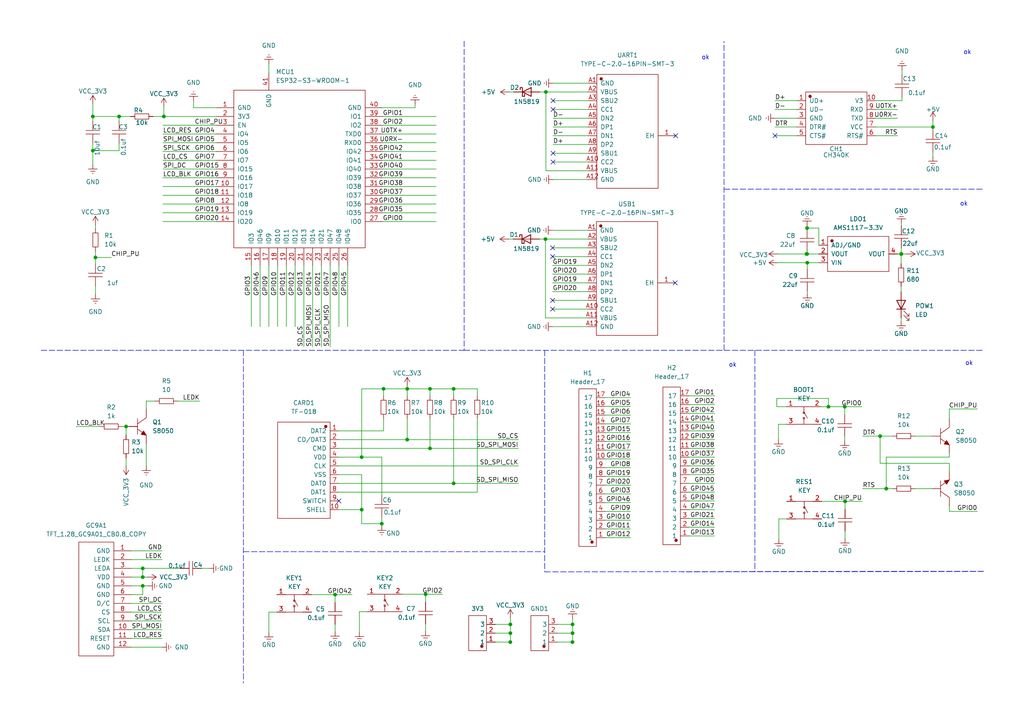
<source format=kicad_sch>
(kicad_sch (version 20211123) (generator eeschema)
  (paper "A4")
  (lib_symbols
    (symbol "1.MyLibrary:1VCC"
      (property "Value" "1VCC" (at 0 1.016 0))
      (symbol "1VCC_1_1"
        (pin power_in line (at 0 -2.54 90) (length 0) hide (name "VCC") (number "1"))
      )
    )
    (symbol "1.MyLibrary:C0603" (pin_numbers hide) (pin_names (offset 1.016) hide)
      (property "Reference" "C" (at -2.286 1.27 0))
      (property "Value" "C0603" (at 4.318 1.397 0))
      (symbol "C0603_1_1"
        (pin input line (at -3.175 0 0) (length 2.54) (name "1") (number "1"))
        (pin input line (at 3.175 0 180) (length 2.54) (name "2") (number "2"))
      )
    )
    (symbol "1.MyLibrary:CH340K" (pin_names (offset 1.016))
      (property "Reference" "U" (at 0 13.208 0))
      (property "Value" "CH340K" (at 0 18.288 0))
      (symbol "CH340K_1_1"
        (pin input line (at -11.43 5.08 0) (length 2.54) (name "UD+") (number "1"))
        (pin input line (at 11.43 5.08 180) (length 2.54) (name "V3") (number "10"))
        (pin input line (at -11.43 2.54 0) (length 2.54) (name "UD-") (number "2"))
        (pin input line (at -11.43 0 0) (length 2.54) (name "GND") (number "3"))
        (pin input line (at -11.43 -2.54 0) (length 2.54) (name "DTR#") (number "4"))
        (pin input line (at -11.43 -5.08 0) (length 2.54) (name "CTS#") (number "5"))
        (pin input line (at 11.43 -5.08 180) (length 2.54) (name "RTS#") (number "6"))
        (pin input line (at 11.43 -2.54 180) (length 2.54) (name "VCC") (number "7"))
        (pin input line (at 11.43 0 180) (length 2.54) (name "TXD") (number "8"))
        (pin input line (at 11.43 2.54 180) (length 2.54) (name "RXD") (number "9"))
      )
    )
    (symbol "1.MyLibrary:ESP32-S3-WROOM-1" (pin_names (offset 1.016))
      (property "Reference" "U" (at 0 53.848 0))
      (property "Value" "ESP32-S3-WROOM-1" (at 0 58.928 0))
      (symbol "ESP32-S3-WROOM-1_1_1"
        (pin power_in line (at -5.08 40.64 0) (length 5.08) (name "GND") (number "1"))
        (pin input line (at -5.08 17.78 0) (length 5.08) (name "IO17") (number "10"))
        (pin input line (at -5.08 15.24 0) (length 5.08) (name "IO18") (number "11"))
        (pin input line (at -5.08 12.7 0) (length 5.08) (name "IO8") (number "12"))
        (pin input line (at -5.08 10.16 0) (length 5.08) (name "IO19") (number "13"))
        (pin input line (at -5.08 7.62 0) (length 5.08) (name "IO20") (number "14"))
        (pin input line (at 5.08 -5.08 90) (length 5.08) (name "IO3") (number "15"))
        (pin input line (at 7.62 -5.08 90) (length 5.08) (name "IO46") (number "16"))
        (pin input line (at 10.16 -5.08 90) (length 5.08) (name "IO9") (number "17"))
        (pin input line (at 12.7 -5.08 90) (length 5.08) (name "IO10") (number "18"))
        (pin input line (at 15.24 -5.08 90) (length 5.08) (name "IO11") (number "19"))
        (pin power_in line (at -5.08 38.1 0) (length 5.08) (name "3V3") (number "2"))
        (pin input line (at 17.78 -5.08 90) (length 5.08) (name "IO12") (number "20"))
        (pin input line (at 20.32 -5.08 90) (length 5.08) (name "IO13") (number "21"))
        (pin input line (at 22.86 -5.08 90) (length 5.08) (name "IO14") (number "22"))
        (pin input line (at 25.4 -5.08 90) (length 5.08) (name "IO21") (number "23"))
        (pin input line (at 27.94 -5.08 90) (length 5.08) (name "IO47") (number "24"))
        (pin input line (at 30.48 -5.08 90) (length 5.08) (name "IO48") (number "25"))
        (pin input line (at 33.02 -5.08 90) (length 5.08) (name "IO45") (number "26"))
        (pin input line (at 43.18 7.62 180) (length 5.08) (name "IO0") (number "27"))
        (pin input line (at 43.18 10.16 180) (length 5.08) (name "IO35") (number "28"))
        (pin input line (at 43.18 12.7 180) (length 5.08) (name "IO36") (number "29"))
        (pin input line (at -5.08 35.56 0) (length 5.08) (name "EN") (number "3"))
        (pin input line (at 43.18 15.24 180) (length 5.08) (name "IO37") (number "30"))
        (pin input line (at 43.18 17.78 180) (length 5.08) (name "IO38") (number "31"))
        (pin input line (at 43.18 20.32 180) (length 5.08) (name "IO39") (number "32"))
        (pin input line (at 43.18 22.86 180) (length 5.08) (name "IO40") (number "33"))
        (pin input line (at 43.18 25.4 180) (length 5.08) (name "IO41") (number "34"))
        (pin input line (at 43.18 27.94 180) (length 5.08) (name "IO42") (number "35"))
        (pin input line (at 43.18 30.48 180) (length 5.08) (name "RXD0") (number "36"))
        (pin input line (at 43.18 33.02 180) (length 5.08) (name "TXD0") (number "37"))
        (pin input line (at 43.18 35.56 180) (length 5.08) (name "IO2") (number "38"))
        (pin input line (at 43.18 38.1 180) (length 5.08) (name "IO1") (number "39"))
        (pin input line (at -5.08 33.02 0) (length 5.08) (name "IO4") (number "4"))
        (pin power_in line (at 43.18 40.64 180) (length 5.08) (name "GND") (number "40"))
        (pin power_in line (at 10.16 50.8 270) (length 5.08) (name "GND") (number "41"))
        (pin input line (at -5.08 30.48 0) (length 5.08) (name "IO5") (number "5"))
        (pin input line (at -5.08 27.94 0) (length 5.08) (name "IO6") (number "6"))
        (pin input line (at -5.08 25.4 0) (length 5.08) (name "IO7") (number "7"))
        (pin input line (at -5.08 22.86 0) (length 5.08) (name "IO15") (number "8"))
        (pin input line (at -5.08 20.32 0) (length 5.08) (name "IO16") (number "9"))
      )
    )
    (symbol "1.MyLibrary:GND"
      (property "Value" "GND" (at 0.0762 0.762 0))
      (symbol "GND_1_1"
        (pin power_in line (at 0 -0.0762 270) (length 0) hide (name "GND") (number "1"))
      )
    )
    (symbol "1.MyLibrary:Header_17" (pin_names (offset 1.016))
      (property "Reference" "U" (at 0 25.4254 0))
      (property "Value" "Header_17" (at 0 30.5308 0))
      (symbol "Header_17_1_1"
        (pin input line (at 2.54 -20.32 180) (length 2.54) (name "1") (number "1"))
        (pin input line (at 2.54 2.54 180) (length 2.54) (name "10") (number "10"))
        (pin input line (at 2.54 5.08 180) (length 2.54) (name "11") (number "11"))
        (pin input line (at 2.54 7.62 180) (length 2.54) (name "12") (number "12"))
        (pin input line (at 2.54 10.16 180) (length 2.54) (name "13") (number "13"))
        (pin input line (at 2.54 12.7 180) (length 2.54) (name "14") (number "14"))
        (pin input line (at 2.54 15.24 180) (length 2.54) (name "15") (number "15"))
        (pin input line (at 2.54 17.78 180) (length 2.54) (name "16") (number "16"))
        (pin input line (at 2.54 20.32 180) (length 2.54) (name "17") (number "17"))
        (pin input line (at 2.54 -17.78 180) (length 2.54) (name "2") (number "2"))
        (pin input line (at 2.54 -15.24 180) (length 2.54) (name "3") (number "3"))
        (pin input line (at 2.54 -12.7 180) (length 2.54) (name "4") (number "4"))
        (pin input line (at 2.54 -10.16 180) (length 2.54) (name "5") (number "5"))
        (pin input line (at 2.54 -7.62 180) (length 2.54) (name "6") (number "6"))
        (pin input line (at 2.54 -5.08 180) (length 2.54) (name "7") (number "7"))
        (pin input line (at 2.54 -2.54 180) (length 2.54) (name "8") (number "8"))
        (pin input line (at 2.54 0 180) (length 2.54) (name "9") (number "9"))
      )
    )
    (symbol "1.MyLibrary:Header_3"
      (property "Reference" "U" (at 0 0 0))
      (property "Value" "Header_3" (at 0.6604 2.0066 0))
      (symbol "Header_3_1_1"
        (pin input line (at 5.0038 -7.4168 180) (length 2.54) (name "1") (number "1"))
        (pin input line (at 5.0038 -4.826 180) (length 2.54) (name "2") (number "2"))
        (pin input line (at 5.0292 -2.286 180) (length 2.54) (name "3") (number "3"))
      )
    )
    (symbol "1.MyLibrary:KEY" (pin_names (offset 1.016) hide)
      (property "Reference" "SW" (at 3.556 5.588 0))
      (property "Value" "KEY" (at -4.318 5.588 0))
      (symbol "KEY_1_1"
        (pin input line (at -5.08 2.54 0) (length 2.54) (name "1") (number "1"))
        (pin input line (at 5.08 2.54 180) (length 2.54) (name "2") (number "2"))
        (pin input line (at -5.08 -2.54 0) (length 2.54) (name "3") (number "3"))
        (pin input line (at 5.08 -2.54 180) (length 2.54) (name "4") (number "4"))
      )
    )
    (symbol "1.MyLibrary:R0603" (pin_numbers hide) (pin_names (offset 1.016) hide)
      (property "Reference" "R" (at -1.524 1.651 0))
      (property "Value" "R0603" (at 2.667 1.651 0))
      (symbol "R0603_1_1"
        (pin input line (at -3.302 0 0) (length 1.27) (name "1") (number "1"))
        (pin input line (at 3.302 0 180) (length 1.27) (name "2") (number "2"))
      )
    )
    (symbol "1.MyLibrary:S8050" (pin_numbers hide) (pin_names (offset 1.016) hide)
      (property "Reference" "Q" (at 2.54 0.762 0))
      (property "Value" "S8050" (at -4.572 3.556 0))
      (symbol "S8050_1_1"
        (pin input line (at -5.08 0 0) (length 2.54) (name "B") (number "1"))
        (pin input line (at 0 -5.08 90) (length 2.54) (name "E") (number "2"))
        (pin input line (at 0 5.08 270) (length 2.54) (name "C") (number "3"))
      )
    )
    (symbol "1.MyLibrary:TF-018" (pin_names (offset 1.016))
      (property "Reference" "Card" (at 0 16.5862 0))
      (property "Value" "TF-018" (at 0 21.6662 0))
      (symbol "TF-018_1_1"
        (pin input line (at -10.16 11.43 0) (length 2.54) (name "DAT2") (number "1"))
        (pin input line (at -10.16 -11.43 0) (length 2.54) (name "SHELL") (number "10"))
        (pin input line (at -10.16 8.89 0) (length 2.54) (name "CD/DAT3") (number "2"))
        (pin input line (at -10.16 6.35 0) (length 2.54) (name "CMD") (number "3"))
        (pin input line (at -10.16 3.81 0) (length 2.54) (name "VDD") (number "4"))
        (pin input line (at -10.16 1.27 0) (length 2.54) (name "CLK") (number "5"))
        (pin input line (at -10.16 -1.27 0) (length 2.54) (name "VSS") (number "6"))
        (pin input line (at -10.16 -3.81 0) (length 2.54) (name "DAT0") (number "7"))
        (pin input line (at -10.16 -6.35 0) (length 2.54) (name "DAT1") (number "8"))
        (pin input line (at -10.16 -8.89 0) (length 2.54) (name "SWITCH") (number "9"))
      )
    )
    (symbol "1.MyLibrary:TFT_1.28_GC9A01_CB0.8_COPY" (pin_names (offset 1.016))
      (property "Reference" "LCD" (at 0 2.667 0))
      (symbol "TFT_1.28_GC9A01_CB0.8_COPY_1_1"
        (pin input line (at 5.08 -2.54 180) (length 5.08) (name "GND") (number "1"))
        (pin input line (at 5.08 -25.4 180) (length 5.08) (name "SDA") (number "10"))
        (pin input line (at 5.08 -27.94 180) (length 5.08) (name "RESET") (number "11"))
        (pin input line (at 5.08 -30.48 180) (length 5.08) (name "GND") (number "12"))
        (pin input line (at 5.08 -5.08 180) (length 5.08) (name "LEDK") (number "2"))
        (pin input line (at 5.08 -7.62 180) (length 5.08) (name "LEDA") (number "3"))
        (pin input line (at 5.08 -10.16 180) (length 5.08) (name "VDD") (number "4"))
        (pin input line (at 5.08 -12.7 180) (length 5.08) (name "GND") (number "5"))
        (pin input line (at 5.08 -15.24 180) (length 5.08) (name "GND") (number "6"))
        (pin input line (at 5.08 -17.78 180) (length 5.08) (name "D/C") (number "7"))
        (pin input line (at 5.08 -20.32 180) (length 5.08) (name "CS") (number "8"))
        (pin input line (at 5.08 -22.86 180) (length 5.08) (name "SCL") (number "9"))
      )
    )
    (symbol "1.MyLibrary:TYPE-C-2.0-16PIN-SMT-3" (pin_names (offset 1.016))
      (property "Reference" "USB" (at 0 20.32 0))
      (property "Value" "TYPE-C-2.0-16PIN-SMT-3" (at 0 25.4 0))
      (symbol "TYPE-C-2.0-16PIN-SMT-3_1_1"
        (pin input line (at 12.7 0 180) (length 5.08) (name "EH") (number "1"))
        (pin input line (at -12.7 15.24 0) (length 2.54) (name "GND") (number "A1"))
        (pin input line (at -12.7 -7.62 0) (length 2.54) (name "CC2") (number "A10"))
        (pin input line (at -12.7 -10.16 0) (length 2.54) (name "VBUS") (number "A11"))
        (pin input line (at -12.7 -12.7 0) (length 2.54) (name "GND") (number "A12"))
        (pin input line (at -12.7 12.7 0) (length 2.54) (name "VBUS") (number "A2"))
        (pin input line (at -12.7 10.16 0) (length 2.54) (name "SBU2") (number "A3"))
        (pin input line (at -12.7 7.62 0) (length 2.54) (name "CC1") (number "A4"))
        (pin input line (at -12.7 5.08 0) (length 2.54) (name "DN2") (number "A5"))
        (pin input line (at -12.7 2.54 0) (length 2.54) (name "DP1") (number "A6"))
        (pin input line (at -12.7 0 0) (length 2.54) (name "DN1") (number "A7"))
        (pin input line (at -12.7 -2.54 0) (length 2.54) (name "DP2") (number "A8"))
        (pin input line (at -12.7 -5.08 0) (length 2.54) (name "SBU1") (number "A9"))
      )
    )
    (symbol "1.tian:AMS1117-3.3V" (pin_names (offset 1.016))
      (property "Reference" "U" (at 0 7.6962 0))
      (property "Value" "AMS1117-3.3V" (at 0 12.7762 0))
      (symbol "AMS1117-3.3V_1_1"
        (pin input line (at -10.16 2.54 0) (length 2.54) (name "ADJ/GND") (number "1"))
        (pin input line (at -10.16 0 0) (length 2.54) (name "VOUT") (number "2"))
        (pin input line (at -10.16 -2.54 0) (length 2.54) (name "VIN") (number "3"))
        (pin input line (at 12.7 0 180) (length 2.54) (name "VOUT") (number "4"))
      )
    )
    (symbol "1.tian:C0603" (pin_numbers hide) (pin_names (offset 1.016) hide)
      (property "Reference" "C" (at -2.286 1.27 0))
      (property "Value" "C0603" (at 4.318 1.397 0))
      (symbol "C0603_1_1"
        (pin input line (at -3.175 0 0) (length 2.54) (name "1") (number "1"))
        (pin input line (at 3.175 0 180) (length 2.54) (name "2") (number "2"))
      )
    )
    (symbol "Device:LED" (pin_numbers hide) (pin_names (offset 1.016) hide)
      (property "Reference" "D" (at 0 2.54 0))
      (property "Value" "LED" (at 0 -2.54 0))
      (symbol "LED_1_1"
        (pin passive line (at -3.81 0 0) (length 2.54) (name "K") (number "1"))
        (pin passive line (at 3.81 0 180) (length 2.54) (name "A") (number "2"))
      )
    )
    (symbol "Diode:1N5819" (pin_numbers hide) (pin_names (offset 1.016) hide)
      (property "Reference" "D" (at 0 2.54 0))
      (property "Value" "1N5819" (at 0 -2.54 0))
      (symbol "1N5819_1_1"
        (pin passive line (at -3.81 0 0) (length 2.54) (name "K") (number "1"))
        (pin passive line (at 3.81 0 180) (length 2.54) (name "A") (number "2"))
      )
    )
    (symbol "power:+5V" (power) (pin_names (offset 0))
      (property "Value" "+5V" (at 0 3.556 0))
      (symbol "+5V_1_1"
        (pin power_in line (at 0 0 90) (length 0) hide (name "+5V") (number "1"))
      )
    )
  )
  (junction (at 255.27 126.492))
  (junction (at 234.0864 66.1505))
  (junction (at 234.1372 76.2))
  (junction (at 240.284 117.9717))
  (junction (at 36.576 123.698))
  (junction (at 148.0312 183.642))
  (junction (at 261.4168 73.66))
  (junction (at 118.11 112.776))
  (junction (at 41.402 169.926))
  (junction (at 124.714 130.048))
  (junction (at 233.934 73.66))
  (junction (at 131.572 140.208))
  (junction (at 124.714 112.776))
  (junction (at 158.3346 26.6719))
  (junction (at 270.5837 36.8405))
  (junction (at 26.924 43.688))
  (junction (at 234.0864 73.66))
  (junction (at 41.402 167.386))
  (junction (at 148.0058 186.2328))
  (junction (at 261.366 73.66))
  (junction (at 27.686 74.676))
  (junction (at 166.0398 186.2328))
  (junction (at 26.924 33.782))
  (junction (at 34.544 33.782))
  (junction (at 41.402 164.846))
  (junction (at 245.008 117.9717))
  (junction (at 245.11 145.4275))
  (junction (at 148.0312 181.102))
  (junction (at 104.902 147.828))
  (junction (at 131.572 112.776))
  (junction (at 123.444 172.3515))
  (junction (at 158.2035 69.342))
  (junction (at 111.252 112.776))
  (junction (at 47.521 33.782))
  (junction (at 97.189 172.466))
  (junction (at 118.11 127.508))
  (junction (at 104.902 132.588))
  (junction (at 257.048 141.732))
  (junction (at 166.0652 181.102))
  (junction (at 110.744 151.892))
  (junction (at 166.0652 183.642))
  (no_connect (at 160.274 89.662))
  (no_connect (at 98.298 145.288))
  (no_connect (at 195.9651 39.3719))
  (no_connect (at 160.4051 31.7519))
  (no_connect (at 160.4051 46.9919))
  (no_connect (at 160.274 71.882))
  (no_connect (at 160.4051 29.2119))
  (no_connect (at 160.4051 44.4519))
  (no_connect (at 195.834 82.042))
  (no_connect (at 160.274 74.422))
  (no_connect (at 160.274 87.122))
  (no_connect (at 224.79 39.37))
  (wire (pts (xy 138.43 114.808) (xy 138.43 112.776)))
  (wire (pts (xy 47.244 46.482) (xy 62.738 46.482)))
  (wire (pts (xy 62.738 43.942) (xy 47.244 43.942)))
  (wire (pts (xy 255.27 126.492) (xy 255.27 134.366)))
  (wire (pts (xy 88.138 76.962) (xy 88.138 100.584)))
  (wire (pts (xy 126.492 59.182) (xy 110.998 59.182)))
  (wire (pts (xy 98.298 127.508) (xy 118.11 127.508)))
  (wire (pts (xy 77.978 18.4658) (xy 77.978 21.082)))
  (wire (pts (xy 38.1 187.706) (xy 46.99 187.706)))
  (wire (pts (xy 38.1 167.386) (xy 41.402 167.386)))
  (wire (pts (xy 38.1 162.306) (xy 46.99 162.306)))
  (wire (pts (xy 175.514 148.336) (xy 182.88 148.336)))
  (wire (pts (xy 245.088 156.2097) (xy 245.11 154.051)))
  (wire (pts (xy 234.0864 66.1505) (xy 234.0864 66.4718)))
  (wire (pts (xy 250.19 141.732) (xy 257.048 141.732)))
  (wire (pts (xy 254 31.75) (xy 260.35 31.75)))
  (wire (pts (xy 237.49 66.1505) (xy 234.0864 66.1505)))
  (wire (pts (xy 224.79 31.75) (xy 231.14 31.75)))
  (wire (pts (xy 126.492 38.862) (xy 110.998 38.862)))
  (wire (pts (xy 166.0652 179.324) (xy 166.0652 181.102)))
  (wire (pts (xy 110.998 46.482) (xy 126.492 46.482)))
  (wire (pts (xy 104.902 147.828) (xy 104.902 151.892)))
  (wire (pts (xy 47.244 56.642) (xy 62.738 56.642)))
  (wire (pts (xy 35.56 123.698) (xy 36.576 123.698)))
  (wire (pts (xy 98.298 137.668) (xy 104.902 137.668)))
  (wire (pts (xy 104.233 177.4315) (xy 106.519 177.4315)))
  (wire (pts (xy 199.898 135.128) (xy 207.264 135.128)))
  (wire (pts (xy 175.514 155.956) (xy 182.88 155.956)))
  (wire (pts (xy 175.514 135.636) (xy 182.88 135.636)))
  (wire (pts (xy 27.686 82.931) (xy 27.686 85.4202)))
  (wire (pts (xy 26.924 41.529) (xy 26.924 43.688)))
  (wire (pts (xy 160.4051 31.7519) (xy 170.5651 31.7519)))
  (wire (pts (xy 126.492 41.402) (xy 110.998 41.402)))
  (wire (pts (xy 123.422 183.1337) (xy 123.444 180.975)))
  (wire (pts (xy 234.0864 73.66) (xy 237.49 73.66)))
  (wire (pts (xy 42.418 116.332) (xy 44.958 116.332)))
  (wire (pts (xy 147.574 69.342) (xy 148.844 69.342)))
  (wire (pts (xy 26.924 43.688) (xy 34.544 43.688)))
  (wire (pts (xy 225.298 117.9717) (xy 225.298 115.57)))
  (wire (pts (xy 225.552 73.66) (xy 233.934 73.66)))
  (wire (pts (xy 72.898 76.962) (xy 72.898 94.742)))
  (wire (pts (xy 90.678 76.962) (xy 90.678 100.584)))
  (wire (pts (xy 170.434 82.042) (xy 160.274 82.042)))
  (wire (pts (xy 118.11 112.014) (xy 118.11 112.776)))
  (wire (pts (xy 27.686 72.898) (xy 27.686 74.676)))
  (wire (pts (xy 100.838 76.962) (xy 100.838 94.742)))
  (wire (pts (xy 254 29.21) (xy 261.62 29.21)))
  (wire (pts (xy 270.5837 45.4765) (xy 270.5837 44.0795)))
  (wire (pts (xy 124.714 121.412) (xy 124.714 130.048)))
  (polyline (pts (xy 218.948 101.6) (xy 218.948 165.862)))
  (wire (pts (xy 199.898 155.448) (xy 207.264 155.448)))
  (wire (pts (xy 170.5651 34.2919) (xy 160.4051 34.2919)))
  (wire (pts (xy 98.298 142.748) (xy 138.43 142.748)))
  (wire (pts (xy 261.366 73.66) (xy 261.4168 73.66)))
  (wire (pts (xy 261.4168 64.7446) (xy 261.4168 65.4304)))
  (wire (pts (xy 160.274 66.802) (xy 170.434 66.802)))
  (wire (pts (xy 238.345 145.4275) (xy 245.11 145.4275)))
  (wire (pts (xy 270.256 126.492) (xy 265.43 126.492)))
  (wire (pts (xy 275.336 148.336) (xy 283.464 148.336)))
  (wire (pts (xy 160.4051 24.1319) (xy 170.5651 24.1319)))
  (wire (pts (xy 158.3346 26.6719) (xy 170.5651 26.6719)))
  (polyline (pts (xy 210.0048 101.6) (xy 209.9942 11.9932)))
  (wire (pts (xy 26.924 33.782) (xy 26.924 30.226)))
  (wire (pts (xy 207.264 140.208) (xy 199.898 140.208)))
  (wire (pts (xy 36.576 132.842) (xy 36.576 135.128)))
  (wire (pts (xy 225.6028 76.2) (xy 234.1372 76.2)))
  (wire (pts (xy 110.998 54.102) (xy 126.492 54.102)))
  (wire (pts (xy 245.11 145.4275) (xy 245.11 147.701)))
  (wire (pts (xy 161.7472 181.102) (xy 166.0652 181.102)))
  (wire (pts (xy 110.998 36.322) (xy 126.492 36.322)))
  (wire (pts (xy 175.514 128.016) (xy 182.88 128.016)))
  (wire (pts (xy 126.492 49.022) (xy 110.998 49.022)))
  (wire (pts (xy 123.444 172.3515) (xy 128.363 172.3515)))
  (wire (pts (xy 41.402 169.926) (xy 42.9316 169.9267)))
  (wire (pts (xy 231.14 39.37) (xy 224.79 39.37)))
  (wire (pts (xy 261.366 73.66) (xy 261.366 76.454)))
  (wire (pts (xy 225.7882 127.4977) (xy 225.7882 123.0517)))
  (wire (pts (xy 143.7132 181.102) (xy 148.0312 181.102)))
  (wire (pts (xy 41.402 167.386) (xy 41.402 164.846)))
  (wire (pts (xy 111.252 112.776) (xy 118.11 112.776)))
  (wire (pts (xy 131.572 114.808) (xy 131.572 112.776)))
  (wire (pts (xy 224.79 29.21) (xy 231.14 29.21)))
  (wire (pts (xy 38.1 159.766) (xy 46.99 159.766)))
  (wire (pts (xy 182.88 140.716) (xy 175.514 140.716)))
  (wire (pts (xy 261.4168 71.7804) (xy 261.4168 73.66)))
  (wire (pts (xy 138.43 121.412) (xy 138.43 142.748)))
  (wire (pts (xy 207.264 119.888) (xy 199.898 119.888)))
  (wire (pts (xy 26.924 33.782) (xy 26.924 35.179)))
  (polyline (pts (xy 210.058 101.6) (xy 284.988 101.6)))
  (wire (pts (xy 207.264 152.908) (xy 199.898 152.908)))
  (polyline (pts (xy 285.2386 165.7109) (xy 197.9232 165.862)))
  (wire (pts (xy 245.11 145.4275) (xy 250.029 145.4275)))
  (wire (pts (xy 199.898 132.588) (xy 207.264 132.588)))
  (wire (pts (xy 111.252 124.968) (xy 111.252 121.412)))
  (wire (pts (xy 182.88 150.876) (xy 175.514 150.876)))
  (wire (pts (xy 38.1 185.166) (xy 46.99 185.166)))
  (wire (pts (xy 124.714 130.048) (xy 150.368 130.048)))
  (wire (pts (xy 156.464 69.342) (xy 158.2035 69.342)))
  (wire (pts (xy 118.11 127.508) (xy 150.368 127.508)))
  (wire (pts (xy 225.899 150.5075) (xy 228.185 150.5075)))
  (wire (pts (xy 199.898 117.348) (xy 207.264 117.348)))
  (wire (pts (xy 175.514 133.096) (xy 182.88 133.096)))
  (wire (pts (xy 234.1372 85.1408) (xy 234.1372 84.455)))
  (wire (pts (xy 160.4051 36.8319) (xy 170.5651 36.8319)))
  (wire (pts (xy 60.706 164.846) (xy 58.547 164.846)))
  (wire (pts (xy 90.424 172.466) (xy 97.189 172.466)))
  (wire (pts (xy 118.11 112.776) (xy 118.11 114.808)))
  (wire (pts (xy 240.284 115.57) (xy 240.284 117.9717)))
  (wire (pts (xy 98.298 140.208) (xy 131.572 140.208)))
  (wire (pts (xy 160.274 94.742) (xy 170.434 94.742)))
  (wire (pts (xy 270.5837 35.0625) (xy 270.5837 36.8405)))
  (wire (pts (xy 131.572 140.208) (xy 150.368 140.208)))
  (wire (pts (xy 234.0864 72.8218) (xy 234.0864 73.66)))
  (wire (pts (xy 275.336 132.588) (xy 257.048 132.588)))
  (wire (pts (xy 118.11 127.508) (xy 118.11 121.412)))
  (wire (pts (xy 237.49 71.12) (xy 237.49 66.1505)))
  (wire (pts (xy 124.714 114.808) (xy 124.714 112.776)))
  (wire (pts (xy 170.434 87.122) (xy 160.274 87.122)))
  (wire (pts (xy 143.6878 183.642) (xy 148.0312 183.642)))
  (wire (pts (xy 38.1 172.466) (xy 41.402 172.466)))
  (wire (pts (xy 207.264 122.428) (xy 199.898 122.428)))
  (wire (pts (xy 257.048 141.732) (xy 258.826 141.732)))
  (wire (pts (xy 182.88 120.396) (xy 175.514 120.396)))
  (wire (pts (xy 110.998 64.262) (xy 126.492 64.262)))
  (wire (pts (xy 104.902 137.668) (xy 104.902 147.828)))
  (wire (pts (xy 34.544 33.782) (xy 34.544 35.179)))
  (wire (pts (xy 97.189 172.466) (xy 97.189 174.7395)))
  (wire (pts (xy 170.5651 29.2119) (xy 160.4051 29.2119)))
  (wire (pts (xy 170.5651 39.3719) (xy 160.4051 39.3719)))
  (wire (pts (xy 199.898 147.828) (xy 207.264 147.828)))
  (wire (pts (xy 77.978 177.546) (xy 80.264 177.546)))
  (wire (pts (xy 26.924 43.688) (xy 26.924 47.7582)))
  (wire (pts (xy 240.284 117.9717) (xy 245.008 117.9717)))
  (wire (pts (xy 124.714 112.776) (xy 118.11 112.776)))
  (wire (pts (xy 34.544 33.782) (xy 26.924 33.782)))
  (wire (pts (xy 110.998 31.242) (xy 120.396 31.242)))
  (wire (pts (xy 275.336 118.618) (xy 283.464 118.618)))
  (wire (pts (xy 166.0652 186.2328) (xy 166.0398 186.2328)))
  (wire (pts (xy 234.1372 76.2) (xy 237.49 76.2)))
  (polyline (pts (xy 70.612 101.6) (xy 70.612 198.12)))
  (wire (pts (xy 110.998 43.942) (xy 126.492 43.942)))
  (wire (pts (xy 170.5651 44.4519) (xy 160.4051 44.4519)))
  (wire (pts (xy 138.43 112.776) (xy 131.572 112.776)))
  (wire (pts (xy 116.679 172.3515) (xy 123.444 172.3515)))
  (wire (pts (xy 261.366 92.202) (xy 261.366 93.218)))
  (wire (pts (xy 207.264 137.668) (xy 199.898 137.668)))
  (wire (pts (xy 47.244 36.322) (xy 62.738 36.322)))
  (wire (pts (xy 36.576 123.698) (xy 37.338 123.698)))
  (wire (pts (xy 258.6457 36.8405) (xy 270.5837 36.8405)))
  (wire (pts (xy 199.898 130.048) (xy 207.264 130.048)))
  (wire (pts (xy 77.978 76.962) (xy 77.978 94.742)))
  (wire (pts (xy 75.438 76.962) (xy 75.438 94.742)))
  (wire (pts (xy 225.899 156.4257) (xy 225.899 150.5075)))
  (wire (pts (xy 38.1 164.846) (xy 41.402 164.846)))
  (wire (pts (xy 245.008 117.9717) (xy 245.008 120.2452)))
  (wire (pts (xy 111.252 114.808) (xy 111.252 112.776)))
  (wire (pts (xy 270.256 141.732) (xy 265.43 141.732)))
  (wire (pts (xy 275.336 146.812) (xy 275.336 148.336)))
  (wire (pts (xy 260.35 39.37) (xy 254 39.37)))
  (wire (pts (xy 98.298 132.588) (xy 104.902 132.588)))
  (wire (pts (xy 104.902 132.588) (xy 104.902 112.776)))
  (wire (pts (xy 62.738 61.722) (xy 47.244 61.722)))
  (wire (pts (xy 131.572 121.412) (xy 131.572 140.208)))
  (wire (pts (xy 85.598 76.962) (xy 85.598 94.742)))
  (wire (pts (xy 147.7051 26.6719) (xy 148.9751 26.6719)))
  (wire (pts (xy 27.686 74.676) (xy 32.258 74.676)))
  (wire (pts (xy 160.4051 52.0719) (xy 170.5651 52.0719)))
  (wire (pts (xy 123.444 172.3515) (xy 123.444 174.625)))
  (wire (pts (xy 104.233 183.3497) (xy 104.233 177.4315)))
  (wire (pts (xy 225.298 115.57) (xy 240.284 115.57)))
  (wire (pts (xy 225.7882 123.0517) (xy 228.083 123.0517)))
  (wire (pts (xy 207.264 124.968) (xy 199.898 124.968)))
  (wire (pts (xy 260.35 73.66) (xy 261.366 73.66)))
  (wire (pts (xy 47.521 33.782) (xy 62.738 33.782)))
  (wire (pts (xy 41.402 164.846) (xy 52.197 164.846)))
  (wire (pts (xy 160.274 79.502) (xy 170.434 79.502)))
  (wire (pts (xy 98.298 135.128) (xy 150.368 135.128)))
  (wire (pts (xy 41.402 172.466) (xy 41.402 169.926)))
  (wire (pts (xy 148.0312 181.102) (xy 148.0312 183.642)))
  (wire (pts (xy 161.7218 186.2328) (xy 166.0398 186.2328)))
  (wire (pts (xy 95.758 76.962) (xy 95.758 100.584)))
  (wire (pts (xy 261.366 83.058) (xy 261.366 84.582)))
  (wire (pts (xy 158.3346 49.5319) (xy 158.3346 26.6719)))
  (wire (pts (xy 62.738 51.562) (xy 47.244 51.562)))
  (wire (pts (xy 261.4168 73.66) (xy 262.89 73.66)))
  (wire (pts (xy 27.686 74.676) (xy 27.686 76.581)))
  (wire (pts (xy 234.1372 78.105) (xy 234.1372 76.2)))
  (wire (pts (xy 170.434 92.202) (xy 158.2035 92.202)))
  (wire (pts (xy 110.998 33.782) (xy 126.492 33.782)))
  (wire (pts (xy 160.274 74.422) (xy 170.434 74.422)))
  (wire (pts (xy 62.738 54.102) (xy 47.244 54.102)))
  (wire (pts (xy 156.5951 26.6719) (xy 158.3346 26.6719)))
  (wire (pts (xy 131.572 112.776) (xy 124.714 112.776)))
  (wire (pts (xy 160.4051 46.9919) (xy 170.5651 46.9919)))
  (wire (pts (xy 110.744 132.588) (xy 110.744 143.637)))
  (wire (pts (xy 98.298 147.828) (xy 104.902 147.828)))
  (wire (pts (xy 47.244 49.022) (xy 62.738 49.022)))
  (wire (pts (xy 231.14 34.29) (xy 224.79 34.29)))
  (wire (pts (xy 170.434 71.882) (xy 160.274 71.882)))
  (wire (pts (xy 126.492 61.722) (xy 110.998 61.722)))
  (wire (pts (xy 160.4051 41.9119) (xy 170.5651 41.9119)))
  (wire (pts (xy 56.134 29.21) (xy 56.134 31.242)))
  (wire (pts (xy 245.0041 127.9269) (xy 245.008 126.5952)))
  (wire (pts (xy 97.203 183.2346) (xy 97.189 181.0895)))
  (wire (pts (xy 42.418 128.778) (xy 42.426 135.2041)))
  (wire (pts (xy 38.1 175.006) (xy 46.99 175.006)))
  (wire (pts (xy 47.244 59.182) (xy 62.738 59.182)))
  (wire (pts (xy 175.514 145.796) (xy 182.88 145.796)))
  (wire (pts (xy 250.19 126.492) (xy 255.27 126.492)))
  (wire (pts (xy 126.492 51.562) (xy 110.998 51.562)))
  (wire (pts (xy 238.243 117.9717) (xy 240.284 117.9717)))
  (polyline (pts (xy 134.62 101.6) (xy 210.0048 101.6)))
  (wire (pts (xy 255.27 126.492) (xy 258.826 126.492)))
  (wire (pts (xy 42.418 118.618) (xy 42.418 116.332)))
  (wire (pts (xy 38.1 177.546) (xy 46.99 177.546)))
  (wire (pts (xy 110.744 149.987) (xy 110.744 151.892)))
  (wire (pts (xy 158.2035 69.342) (xy 170.434 69.342)))
  (wire (pts (xy 170.434 76.962) (xy 160.274 76.962)))
  (polyline (pts (xy 157.988 165.862) (xy 285.2386 165.7109)))
  (wire (pts (xy 27.686 65.278) (xy 27.686 66.294)))
  (wire (pts (xy 275.336 131.572) (xy 275.336 132.588)))
  (wire (pts (xy 158.2035 92.202) (xy 158.2035 69.342)))
  (polyline (pts (xy 157.988 101.6) (xy 157.988 165.862)))
  (wire (pts (xy 148.0312 186.2328) (xy 148.0058 186.2328)))
  (wire (pts (xy 234.0864 65.3796) (xy 234.0864 66.1505)))
  (wire (pts (xy 182.88 138.176) (xy 175.514 138.176)))
  (wire (pts (xy 199.898 142.748) (xy 207.264 142.748)))
  (wire (pts (xy 110.744 151.892) (xy 110.744 152.572)))
  (wire (pts (xy 80.518 76.962) (xy 80.518 94.742)))
  (wire (pts (xy 110.998 56.642) (xy 126.492 56.642)))
  (wire (pts (xy 170.5651 49.5319) (xy 158.3346 49.5319)))
  (wire (pts (xy 260.35 34.29) (xy 254 34.29)))
  (wire (pts (xy 261.62 29.21) (xy 261.62 28.067)))
  (wire (pts (xy 160.274 89.662) (xy 170.434 89.662)))
  (polyline (pts (xy 134.62 11.938) (xy 134.62 101.6)))
  (wire (pts (xy 47.244 38.862) (xy 62.738 38.862)))
  (wire (pts (xy 37.846 33.782) (xy 34.544 33.782)))
  (wire (pts (xy 120.396 31.242) (xy 120.396 30.226)))
  (wire (pts (xy 104.902 151.892) (xy 110.744 151.892)))
  (wire (pts (xy 175.514 143.256) (xy 182.88 143.256)))
  (wire (pts (xy 62.738 64.262) (xy 47.244 64.262)))
  (wire (pts (xy 98.298 130.048) (xy 124.714 130.048)))
  (wire (pts (xy 47.521 30.9886) (xy 47.521 33.782)))
  (wire (pts (xy 228.083 117.9717) (xy 225.298 117.9717)))
  (wire (pts (xy 36.576 123.698) (xy 36.576 126.238)))
  (wire (pts (xy 275.336 136.652) (xy 275.336 134.366)))
  (wire (pts (xy 98.298 124.968) (xy 111.252 124.968)))
  (wire (pts (xy 199.898 145.288) (xy 207.264 145.288)))
  (wire (pts (xy 77.978 183.4642) (xy 77.978 177.546)))
  (wire (pts (xy 44.45 33.782) (xy 47.521 33.782)))
  (wire (pts (xy 143.6878 186.2328) (xy 148.0058 186.2328)))
  (wire (pts (xy 261.62 20.32) (xy 261.62 21.717)))
  (wire (pts (xy 182.88 125.476) (xy 175.514 125.476)))
  (wire (pts (xy 231.14 36.83) (xy 224.79 36.83)))
  (wire (pts (xy 182.88 122.936) (xy 175.514 122.936)))
  (wire (pts (xy 104.902 132.588) (xy 110.744 132.588)))
  (wire (pts (xy 182.88 153.416) (xy 175.514 153.416)))
  (polyline (pts (xy 70.612 160.02) (xy 157.988 160.02)))
  (wire (pts (xy 275.336 134.366) (xy 255.27 134.366)))
  (wire (pts (xy 83.058 76.962) (xy 83.058 94.742)))
  (wire (pts (xy 175.514 117.856) (xy 182.88 117.856)))
  (wire (pts (xy 257.048 132.588) (xy 257.048 141.732)))
  (wire (pts (xy 97.189 172.466) (xy 102.108 172.466)))
  (wire (pts (xy 160.274 84.582) (xy 170.434 84.582)))
  (wire (pts (xy 38.1 169.926) (xy 41.402 169.926)))
  (wire (pts (xy 38.1 180.086) (xy 46.99 180.086)))
  (polyline (pts (xy 11.938 101.6) (xy 134.62 101.6)))
  (wire (pts (xy 62.738 41.402) (xy 47.244 41.402)))
  (wire (pts (xy 275.336 121.412) (xy 275.336 118.618)))
  (wire (pts (xy 22.098 123.698) (xy 28.956 123.698)))
  (wire (pts (xy 175.514 130.556) (xy 182.88 130.556)))
  (wire (pts (xy 41.402 167.386) (xy 42.8038 167.38)))
  (wire (pts (xy 51.562 116.332) (xy 57.912 116.332)))
  (wire (pts (xy 148.0312 179.324) (xy 148.0312 181.102)))
  (wire (pts (xy 245.008 117.9717) (xy 249.927 117.9717)))
  (wire (pts (xy 199.898 114.808) (xy 207.264 114.808)))
  (wire (pts (xy 93.218 76.962) (xy 93.218 100.584)))
  (wire (pts (xy 258.6457 36.8405) (xy 254 36.83)))
  (wire (pts (xy 104.902 112.776) (xy 111.252 112.776)))
  (wire (pts (xy 175.514 115.316) (xy 182.88 115.316)))
  (wire (pts (xy 38.1 182.626) (xy 46.99 182.626)))
  (wire (pts (xy 233.934 73.66) (xy 234.0864 73.66)))
  (wire (pts (xy 166.0652 181.102) (xy 166.0652 183.642)))
  (wire (pts (xy 34.544 41.529) (xy 34.544 43.688)))
  (polyline (pts (xy 210.058 54.864) (xy 284.988 54.864)))
  (wire (pts (xy 166.0652 183.642) (xy 166.0652 186.2328)))
  (wire (pts (xy 270.5837 36.8405) (xy 270.5837 37.7295)))
  (wire (pts (xy 148.0312 183.642) (xy 148.0312 186.2328)))
  (wire (pts (xy 98.298 76.962) (xy 98.298 94.742)))
  (wire (pts (xy 199.898 127.508) (xy 207.264 127.508)))
  (wire (pts (xy 207.264 150.368) (xy 199.898 150.368)))
  (wire (pts (xy 161.7218 183.642) (xy 166.0652 183.642)))
  (wire (pts (xy 56.134 31.242) (xy 62.738 31.242)))
  (text "ok\n" (at 203.454 17.526 0) (effects (font (size 1.27 1.27)) (justify left bottom)))
  (text "ok\n" (at 279.908 106.172 0) (effects (font (size 1.27 1.27)) (justify left bottom)))
  (text "ok\n" (at 211.328 106.68 0) (effects (font (size 1.27 1.27)) (justify left bottom)))
  (text "ok\n" (at 279.4 16.002 0) (effects (font (size 1.27 1.27)) (justify left bottom)))
  (text "ok\n" (at 278.384 59.944 0) (effects (font (size 1.27 1.27)) (justify left bottom)))
  (label "RTS" (at 250.19 141.732 0))
  (label "GPIO40" (at 116.8835 49.022 180))
  (label "GPIO19" (at 160.274 82.042 0))
  (label "GPIO15" (at 56.4491 49.022 0))
  (label "GPIO19" (at 182.88 138.176 180))
  (label "GPIO7" (at 182.88 122.936 180))
  (label "CHIP_PU" (at 56.4491 36.322 0))
  (label "GPIO0" (at 207.264 140.208 180))
  (label "GPIO37" (at 116.8835 56.642 180))
  (label "GPIO45" (at 100.838 85.852 90))
  (label "GPIO37" (at 207.264 132.588 180))
  (label "GPIO11" (at 83.058 85.852 90))
  (label "SPI_DC" (at 47.244 49.022 0))
  (label "GPIO46" (at 182.88 145.796 180))
  (label "D+" (at 160.4051 36.8319 0))
  (label "GPIO5" (at 56.4491 41.402 0))
  (label "RTS" (at 260.35 39.37 180))
  (label "GPIO15" (at 182.88 125.476 180))
  (label "GPIO48" (at 207.264 145.288 180))
  (label "GPIO20" (at 160.274 84.582 0))
  (label "GPIO8" (at 56.4491 59.182 0))
  (label "SD_SPI_MOSI" (at 90.678 100.584 90))
  (label "GPIO36" (at 116.8835 59.182 180))
  (label "GPIO11" (at 182.88 153.416 180))
  (label "U0RX-" (at 116.8835 41.402 180))
  (label "SPI_SCK" (at 46.99 180.086 180))
  (label "SPI_MOSI" (at 46.99 182.626 180))
  (label "LCD_CS" (at 46.99 177.546 180))
  (label "GPIO8" (at 182.88 135.636 180))
  (label "GPIO12" (at 182.88 155.956 180))
  (label "LCD_CS" (at 47.244 46.482 0))
  (label "LCD_BLK" (at 47.244 51.562 0))
  (label "GPIO35" (at 116.8835 61.722 180))
  (label "GPIO45" (at 207.264 142.748 180))
  (label "GPIO18" (at 56.4491 56.642 0))
  (label "GPIO16" (at 182.88 128.016 180))
  (label "GPIO35" (at 207.264 137.668 180))
  (label "GPIO14" (at 90.678 85.852 90))
  (label "GPIO47" (at 95.758 85.852 90))
  (label "GPIO3" (at 182.88 143.256 180))
  (label "GPIO14" (at 207.264 152.908 180))
  (label "GPIO46" (at 75.438 85.852 90))
  (label "GPIO42" (at 102.108 172.466 180))
  (label "GPIO4" (at 56.4491 38.862 0))
  (label "U0TX+" (at 116.8835 38.862 180))
  (label "D-" (at 160.4051 39.3719 0))
  (label "GPIO13" (at 207.264 155.448 180))
  (label "GPIO36" (at 207.264 135.128 180))
  (label "DTR" (at 250.19 126.492 0))
  (label "SD_SPI_CLK" (at 93.218 100.584 90))
  (label "GPIO2" (at 128.363 172.3515 180))
  (label "CHIP_PU" (at 250.029 145.4275 180))
  (label "D+" (at 160.4051 41.9119 0))
  (label "GPIO0" (at 116.8835 64.262 180))
  (label "SD_SPI_MISO" (at 95.758 100.584 90))
  (label "SPI_MOSI" (at 47.244 41.402 0))
  (label "GPIO9" (at 77.978 85.852 90))
  (label "GPIO12" (at 85.598 85.852 90))
  (label "SD_SPI_CLK" (at 150.368 135.128 180))
  (label "GPIO0" (at 283.464 148.336 180))
  (label "GPIO21" (at 207.264 150.368 180))
  (label "GPIO48" (at 98.298 85.852 90))
  (label "GPIO47" (at 207.264 147.828 180))
  (label "CHIP_PU" (at 283.464 118.618 180))
  (label "D-" (at 224.79 31.75 0))
  (label "GPIO2" (at 116.8835 36.322 180))
  (label "LCD_BLK" (at 22.098 123.698 0))
  (label "CHIP_PU" (at 32.258 74.676 0))
  (label "SD_SPI_MOSI" (at 150.368 130.048 180))
  (label "D-" (at 160.4051 34.2919 0))
  (label "GPIO13" (at 88.138 85.852 90))
  (label "GPIO20" (at 160.274 79.502 0))
  (label "GPIO18" (at 182.88 133.096 180))
  (label "SD_SPI_MISO" (at 150.368 140.208 180))
  (label "U0RX-" (at 260.35 34.29 180))
  (label "GPIO1" (at 207.264 114.808 180))
  (label "LCD_RES" (at 47.244 38.862 0))
  (label "GPIO1" (at 116.8835 33.782 180))
  (label "LEDK" (at 57.912 116.332 180))
  (label "GPIO2" (at 207.264 117.348 180))
  (label "GPIO9" (at 182.88 148.336 180))
  (label "GPIO20" (at 56.4491 64.262 0))
  (label "GPIO39" (at 207.264 127.508 180))
  (label "GPIO4" (at 182.88 115.316 180))
  (label "GPIO41" (at 116.8835 46.482 180))
  (label "GPIO39" (at 116.8835 51.562 180))
  (label "GPIO41" (at 207.264 122.428 180))
  (label "GPIO40" (at 207.264 124.968 180))
  (label "SPI_DC" (at 46.99 175.006 180))
  (label "GPIO5" (at 182.88 117.856 180))
  (label "D+" (at 224.79 29.21 0))
  (label "GPIO10" (at 182.88 150.876 180))
  (label "GPIO3" (at 72.898 85.852 90))
  (label "GPIO10" (at 80.518 85.852 90))
  (label "GPIO7" (at 56.4491 46.482 0))
  (label "SD_CS" (at 150.368 127.508 180))
  (label "GPIO42" (at 116.8835 43.942 180))
  (label "GND" (at 46.99 159.766 180))
  (label "U0TX+" (at 260.35 31.75 180))
  (label "GPIO21" (at 93.218 85.852 90))
  (label "LCD_RES" (at 46.99 185.166 180))
  (label "GPIO6" (at 56.4491 43.942 0))
  (label "SD_CS" (at 88.138 100.584 90))
  (label "GPIO17" (at 182.88 130.556 180))
  (label "GPIO16" (at 56.4491 51.562 0))
  (label "GPIO19" (at 160.274 76.962 0))
  (label "GPIO6" (at 182.88 120.396 180))
  (label "GPIO17" (at 56.4491 54.102 0))
  (label "GPIO20" (at 182.88 140.716 180))
  (label "GPIO42" (at 207.264 119.888 180))
  (label "SPI_SCK" (at 47.244 43.942 0))
  (label "GPIO38" (at 207.264 130.048 180))
  (label "GPIO0" (at 249.927 117.9717 180))
  (label "DTR" (at 224.79 36.83 0))
  (label "GPIO38" (at 116.8835 54.102 180))
  (label "GPIO19" (at 56.4491 61.722 0))
  (label "LEDK" (at 46.99 162.306 180))
  (symbol (lib_id "1.tian:C0603") (at 261.4168 68.6054 90) (unit 1)
    (property "Reference" "C12" (at 265.43 67.056 90) (effects (justify left)))
    (property "Value" "22uf" (at 266.192 70.612 90) (effects (justify left)))
    (property "Footprint" "1.MyLibrary:C0603" (effects hide))
    (property "SuppliersPartNumber" "C696365" (effects hide))
    (property "uuid" "std:19bbb76e48be45efb2977a4a8e5e5e44" (effects hide))
  )
  (symbol (lib_id "1.MyLibrary:R0603") (at 124.714 118.11 90) (unit 1)
    (property "Reference" "R8" (at 125.73 116.84 90) (effects (justify right)))
    (property "Value" "10k" (at 125.73 119.38 90) (effects (justify right)))
    (property "Footprint" "1.MyLibrary:R0603" (effects hide))
    (property "SuppliersPartNumber" "C3017698" (effects hide))
    (property "uuid" "std:ed855be9ec9e428f9030c88456fb0faa" (effects hide))
  )
  (symbol (lib_id "1.MyLibrary:GND") (at 166.0652 179.4002 180) (unit 1)
    (property "Reference" "#PWR28" (effects hide))
    (property "Value" "GND" (at 166.0652 175.768 0))
  )
  (symbol (lib_id "1.MyLibrary:GND") (at 160.4813 24.1319 270) (unit 1)
    (property "Reference" "#PWR26" (effects hide))
    (property "Value" "GND" (at 157.1031 24.1318 90) (effects (justify right)))
  )
  (symbol (lib_id "1.MyLibrary:Header_3") (at 138.684 178.816 0) (unit 1)
    (property "Reference" "3V3" (at 138.5189 176.53 0))
    (property "Value" "Header_3" (effects hide))
    (property "Footprint" "3.Header_Lib:HDR-F-2.54_1X3" (effects hide))
  )
  (symbol (lib_id "1.MyLibrary:GND") (at 60.6298 164.846 90) (unit 1)
    (property "Reference" "#PWR12" (effects hide))
    (property "Value" "GND" (at 63.5 164.846 90) (effects (justify right)))
  )
  (symbol (lib_id "power:+5V") (at 147.574 69.342 90) (unit 1)
    (property "Reference" "#PWR021" (effects hide))
    (property "Value" "+5V" (at 143.51 69.3419 90) (effects (justify left)))
  )
  (symbol (lib_id "Diode:1N5819") (at 152.7851 26.6719 0) (unit 1)
    (property "Reference" "D2" (at 149.2291 25.4019 0))
    (property "Value" "1N5819" (at 152.7851 29.4659 0))
    (property "Footprint" "2.Lc_Lib:0805_R" (effects hide))
    (property "Datasheet" "http://www.vishay.com/docs/88525/1n5817.pdf" (effects hide))
  )
  (symbol (lib_id "1.MyLibrary:TYPE-C-2.0-16PIN-SMT-3") (at 183.134 82.042 0) (unit 1)
    (property "Reference" "USB1" (at 181.864 59.182 0))
    (property "Value" "TYPE-C-2.0-16PIN-SMT-3" (at 181.864 61.722 0))
    (property "Footprint" "1.MyLibrary:TYPE-C-SMD_TYPE-CF3.1" (effects hide))
    (property "SuppliersPartNumber" "C2987386" (effects hide))
    (property "uuid" "std:0f22dbb267144c8f874fa291fcfaa17e" (effects hide))
  )
  (symbol (lib_id "1.MyLibrary:R0603") (at 262.128 141.732 0) (unit 1)
    (property "Reference" "R13" (at 262.128 135.89 0))
    (property "Value" "10k" (at 262.128 138.43 0))
    (property "Footprint" "1.MyLibrary:R0603" (effects hide))
    (property "SuppliersPartNumber" "C3017698" (effects hide))
    (property "uuid" "std:ed855be9ec9e428f9030c88456fb0faa" (effects hide))
  )
  (symbol (lib_id "1.MyLibrary:1VCC") (at 148.0312 176.784 0) (unit 1)
    (property "Reference" "#PWR23" (effects hide))
    (property "Value" "VCC_3V3" (at 143.887 175.5471 0) (effects (justify left)))
  )
  (symbol (lib_id "1.MyLibrary:C0603") (at 34.544 38.354 90) (unit 1)
    (property "Reference" "C3" (at 37.084 36.83 90) (effects (justify left)))
    (property "Value" "0.1uf" (at 35.814 45.212 0) (effects (justify left)))
    (property "Footprint" "1.MyLibrary:C0603" (effects hide))
    (property "SuppliersPartNumber" "C696365" (effects hide))
    (property "uuid" "std:19bbb76e48be45efb2977a4a8e5e5e44" (effects hide))
  )
  (symbol (lib_id "1.tian:C0603") (at 245.008 123.4202 270) (unit 1)
    (property "Reference" "C10" (at 242.053 122.1501 90) (effects (justify right)))
    (property "Value" "0.1uf" (at 242.053 124.6901 90) (effects (justify right)))
    (property "Footprint" "1.MyLibrary:C0603" (effects hide))
    (property "SuppliersPartNumber" "C696365" (effects hide))
    (property "uuid" "std:19bbb76e48be45efb2977a4a8e5e5e44" (effects hide))
  )
  (symbol (lib_id "1.MyLibrary:GND") (at 120.396 30.3022 180) (unit 1)
    (property "Reference" "#PWR19" (effects hide))
    (property "Value" "GND" (at 120.396 24.638 0))
  )
  (symbol (lib_id "1.MyLibrary:1VCC") (at 45.3438 167.38 270) (unit 1)
    (property "Reference" "#PWR9" (effects hide))
    (property "Value" "VCC_3V3" (at 46.228 167.386 90) (effects (justify left)))
  )
  (symbol (lib_id "1.tian:C0603") (at 234.0864 69.6468 90) (unit 1)
    (property "Reference" "C8" (at 230.6828 68.3767 90) (effects (justify left)))
    (property "Value" "22uf" (at 230.6828 70.9167 90) (effects (justify left)))
    (property "Footprint" "1.MyLibrary:C0603" (effects hide))
    (property "SuppliersPartNumber" "C696365" (effects hide))
    (property "uuid" "std:19bbb76e48be45efb2977a4a8e5e5e44" (effects hide))
  )
  (symbol (lib_id "1.MyLibrary:R0603") (at 118.11 118.11 90) (unit 1)
    (property "Reference" "R7" (at 119.126 116.84 90) (effects (justify right)))
    (property "Value" "10k" (at 119.126 119.38 90) (effects (justify right)))
    (property "Footprint" "1.MyLibrary:R0603" (effects hide))
    (property "SuppliersPartNumber" "C3017698" (effects hide))
    (property "uuid" "std:ed855be9ec9e428f9030c88456fb0faa" (effects hide))
  )
  (symbol (lib_id "1.MyLibrary:R0603") (at 27.686 69.596 90) (unit 1)
    (property "Reference" "R1" (at 30.226 68.3259 90) (effects (justify right)))
    (property "Value" "10k" (at 30.226 70.8659 90) (effects (justify right)))
    (property "Footprint" "1.MyLibrary:R0603" (effects hide))
    (property "SuppliersPartNumber" "C3017698" (effects hide))
    (property "uuid" "std:ed855be9ec9e428f9030c88456fb0faa" (effects hide))
  )
  (symbol (lib_id "1.MyLibrary:R0603") (at 111.252 118.11 90) (unit 1)
    (property "Reference" "R6" (at 112.268 116.84 90) (effects (justify right)))
    (property "Value" "10k" (at 112.268 119.38 90) (effects (justify right)))
    (property "Footprint" "1.MyLibrary:R0603" (effects hide))
    (property "SuppliersPartNumber" "C3017698" (effects hide))
    (property "uuid" "std:ed855be9ec9e428f9030c88456fb0faa" (effects hide))
  )
  (symbol (lib_id "1.MyLibrary:C0603") (at 110.744 146.812 90) (unit 1)
    (property "Reference" "C6" (at 112.268 145.034 90))
    (property "Value" "0.1uf" (at 113.792 148.59 90))
    (property "Footprint" "1.MyLibrary:C0603" (effects hide))
    (property "SuppliersPartNumber" "C696365" (effects hide))
    (property "uuid" "std:19bbb76e48be45efb2977a4a8e5e5e44" (effects hide))
  )
  (symbol (lib_id "1.MyLibrary:GND") (at 225.7882 127.4215 0) (unit 1)
    (property "Reference" "#PWR32" (effects hide))
    (property "Value" "GND" (at 225.7882 131.0537 0))
  )
  (symbol (lib_id "1.MyLibrary:C0603") (at 26.924 38.354 90) (unit 1)
    (property "Reference" "C1" (at 29.464 36.83 90) (effects (justify left)))
    (property "Value" "10uf" (at 28.194 45.212 0) (effects (justify left)))
    (property "Footprint" "1.MyLibrary:C0603" (effects hide))
    (property "SuppliersPartNumber" "C696365" (effects hide))
    (property "uuid" "std:19bbb76e48be45efb2977a4a8e5e5e44" (effects hide))
  )
  (symbol (lib_id "1.MyLibrary:R0603") (at 131.572 118.11 90) (unit 1)
    (property "Reference" "R9" (at 132.588 116.84 90) (effects (justify right)))
    (property "Value" "10k" (at 132.588 119.38 90) (effects (justify right)))
    (property "Footprint" "1.MyLibrary:R0603" (effects hide))
    (property "SuppliersPartNumber" "C3017698" (effects hide))
    (property "uuid" "std:ed855be9ec9e428f9030c88456fb0faa" (effects hide))
  )
  (symbol (lib_id "1.tian:C0603") (at 123.444 177.8 270) (unit 1)
    (property "Reference" "C7" (at 120.489 176.5299 90) (effects (justify right)))
    (property "Value" "0.1uf" (at 120.489 179.0699 90) (effects (justify right)))
    (property "Footprint" "1.MyLibrary:C0603" (effects hide))
    (property "SuppliersPartNumber" "C696365" (effects hide))
    (property "uuid" "std:19bbb76e48be45efb2977a4a8e5e5e44" (effects hide))
  )
  (symbol (lib_id "1.MyLibrary:GND") (at 261.4168 64.8208 180) (unit 1)
    (property "Reference" "#PWR39" (effects hide))
    (property "Value" "GND" (at 261.4168 61.1886 0))
  )
  (symbol (lib_id "1.MyLibrary:Header_17") (at 172.974 135.636 0) (unit 1)
    (property "Reference" "H1" (at 170.434 108.204 0))
    (property "Value" "Header_17" (at 170.434 110.744 0))
    (property "Footprint" "3.Header_Lib:HEADER17" (effects hide))
    (property "uuid" "std:ef2bb5477d9f41d0b3837e20c3ff533b" (effects hide))
  )
  (symbol (lib_id "1.MyLibrary:1VCC") (at 36.576 137.668 180) (unit 1)
    (property "Reference" "#PWR5" (effects hide))
    (property "Value" "VCC_3V3" (at 36.57 138.5522 90) (effects (justify left)))
  )
  (symbol (lib_id "1.MyLibrary:GND") (at 261.366 93.1418 0) (unit 1)
    (property "Reference" "#PWR38" (effects hide))
    (property "Value" "GND" (at 261.366 96.774 0))
  )
  (symbol (lib_id "power:+5V") (at 225.6028 76.2 90) (unit 1)
    (property "Reference" "#PWR031" (effects hide))
    (property "Value" "+5V" (at 222.3516 76.1999 90) (effects (justify left)))
  )
  (symbol (lib_id "1.MyLibrary:Header_17") (at 197.358 135.128 0) (unit 1)
    (property "Reference" "H2" (at 194.818 106.68 0))
    (property "Value" "Header_17" (at 194.818 109.22 0))
    (property "Footprint" "3.Header_Lib:HEADER17" (effects hide))
    (property "uuid" "std:ef2bb5477d9f41d0b3837e20c3ff533b" (effects hide))
  )
  (symbol (lib_id "1.MyLibrary:TF-018") (at 88.138 136.398 0) (mirror y) (unit 1)
    (property "Reference" "CARD1" (at 88.138 116.84 0))
    (property "Value" "TF-018" (at 88.138 119.38 0))
    (property "Footprint" "1.MyLibrary:TF-SMD_TF-018" (effects hide))
    (property "SuppliersPartNumber" "C961679" (effects hide))
    (property "uuid" "std:b681fe94c8ae4eb5b974c634aa27bd1c" (effects hide))
  )
  (symbol (lib_id "1.MyLibrary:GND") (at 225.899 156.3495 0) (unit 1)
    (property "Reference" "#PWR33" (effects hide))
    (property "Value" "GND" (at 225.899 159.9817 0))
  )
  (symbol (lib_id "1.MyLibrary:C0603") (at 261.62 24.892 90) (unit 1)
    (property "Reference" "C13" (at 265.684 22.86 90) (effects (justify left)))
    (property "Value" "0.1uf" (at 268.478 26.924 90) (effects (justify left)))
    (property "Footprint" "1.MyLibrary:C0603" (effects hide))
    (property "SuppliersPartNumber" "C696365" (effects hide))
    (property "uuid" "std:19bbb76e48be45efb2977a4a8e5e5e44" (effects hide))
  )
  (symbol (lib_id "1.MyLibrary:GND") (at 160.3502 66.802 270) (unit 1)
    (property "Reference" "#PWR24" (effects hide))
    (property "Value" "GND" (at 156.972 66.8019 90) (effects (justify right)))
  )
  (symbol (lib_id "1.MyLibrary:GND") (at 261.62 20.3962 180) (unit 1)
    (property "Reference" "#PWR40" (effects hide))
    (property "Value" "GND" (at 261.62 14.8082 0))
  )
  (symbol (lib_id "1.MyLibrary:GND") (at 42.426 135.1279 0) (unit 1)
    (property "Reference" "#PWR6" (effects hide))
    (property "Value" "GND" (at 42.426 140.7159 0))
  )
  (symbol (lib_id "1.MyLibrary:1VCC") (at 47.521 28.4486 0) (unit 1)
    (property "Reference" "#PWR8" (effects hide))
    (property "Value" "VCC_3V3" (at 43.3768 27.2117 0) (effects (justify left)))
  )
  (symbol (lib_id "1.MyLibrary:GND") (at 77.978 183.388 0) (unit 1)
    (property "Reference" "#PWR14" (effects hide))
    (property "Value" "GND" (at 77.978 187.0202 0))
  )
  (symbol (lib_id "1.MyLibrary:GND") (at 123.422 183.0575 0) (unit 1)
    (property "Reference" "#PWR20" (effects hide))
    (property "Value" "GND" (at 123.422 186.6897 0))
  )
  (symbol (lib_id "1.MyLibrary:GND") (at 110.744 152.4958 0) (unit 1)
    (property "Reference" "#PWR17" (effects hide))
    (property "Value" "GND" (at 114.046 154.686 0))
  )
  (symbol (lib_id "1.MyLibrary:GND") (at 56.134 29.2862 180) (unit 1)
    (property "Reference" "#PWR11" (effects hide))
    (property "Value" "GND" (at 56.1086 23.9522 0))
  )
  (symbol (lib_id "1.MyLibrary:R0603") (at 262.128 126.492 0) (unit 1)
    (property "Reference" "R12" (at 262.128 120.65 0))
    (property "Value" "10k" (at 262.128 123.19 0))
    (property "Footprint" "1.MyLibrary:R0603" (effects hide))
    (property "SuppliersPartNumber" "C3017698" (effects hide))
    (property "uuid" "std:ed855be9ec9e428f9030c88456fb0faa" (effects hide))
  )
  (symbol (lib_id "1.MyLibrary:GND") (at 77.978 18.542 180) (unit 1)
    (property "Reference" "#PWR13" (effects hide))
    (property "Value" "GND" (at 77.978 13.208 0))
  )
  (symbol (lib_id "1.MyLibrary:GND") (at 245.0041 127.8507 0) (unit 1)
    (property "Reference" "#PWR36" (effects hide))
    (property "Value" "GND" (at 245.0041 131.4829 0))
  )
  (symbol (lib_id "1.MyLibrary:C0603") (at 55.372 164.846 0) (unit 1)
    (property "Reference" "C4" (at 57.404 163.83 0))
    (property "Value" "0.1uf" (at 51.308 164.084 0))
    (property "Footprint" "1.MyLibrary:C0603" (effects hide))
    (property "SuppliersPartNumber" "C696365" (effects hide))
    (property "uuid" "std:19bbb76e48be45efb2977a4a8e5e5e44" (effects hide))
  )
  (symbol (lib_id "1.MyLibrary:GND") (at 26.924 47.682 0) (unit 1)
    (property "Reference" "#PWR2" (effects hide))
    (property "Value" "GND" (at 26.924 52.762 0))
  )
  (symbol (lib_id "1.MyLibrary:TYPE-C-2.0-16PIN-SMT-3") (at 183.2651 39.3719 0) (unit 1)
    (property "Reference" "UART1" (at 181.9951 16.002 0))
    (property "Value" "TYPE-C-2.0-16PIN-SMT-3" (at 181.9951 18.542 0))
    (property "Footprint" "1.MyLibrary:TYPE-C-SMD_TYPE-CF3.1" (effects hide))
    (property "SuppliersPartNumber" "C2987386" (effects hide))
    (property "uuid" "std:0f22dbb267144c8f874fa291fcfaa17e" (effects hide))
  )
  (symbol (lib_id "1.MyLibrary:1VCC") (at 118.11 109.474 0) (unit 1)
    (property "Reference" "#PWR18" (effects hide))
    (property "Value" "VCC_3V3" (at 113.9658 108.2371 0) (effects (justify left)))
  )
  (symbol (lib_id "1.MyLibrary:GND") (at 27.686 85.344 0) (unit 1)
    (property "Reference" "#PWR4" (effects hide))
    (property "Value" "GND" (at 27.686 90.424 0))
  )
  (symbol (lib_id "1.tian:C0603") (at 245.11 150.876 270) (unit 1)
    (property "Reference" "C11" (at 242.155 149.6059 90) (effects (justify right)))
    (property "Value" "0.1uf" (at 242.155 152.1459 90) (effects (justify right)))
    (property "Footprint" "1.MyLibrary:C0603" (effects hide))
    (property "SuppliersPartNumber" "C696365" (effects hide))
    (property "uuid" "std:19bbb76e48be45efb2977a4a8e5e5e44" (effects hide))
  )
  (symbol (lib_id "1.MyLibrary:S8050") (at 275.336 141.732 0) (mirror x) (unit 1)
    (property "Reference" "Q3" (at 276.606 140.4619 0) (effects (justify left)))
    (property "Value" "S8050" (at 276.606 143.0019 0) (effects (justify left)))
    (property "Footprint" "1.MyLibrary:SOT-23-3_L2.9-W1.3-P1.90-LS2.4-BR" (effects hide))
    (property "SuppliersPartNumber" "C2939671" (effects hide))
    (property "uuid" "std:540016adf88f47d69938534516de72bd" (effects hide))
  )
  (symbol (lib_id "1.MyLibrary:S8050") (at 42.418 123.698 0) (unit 1)
    (property "Reference" "Q1" (at 44.196 122.4279 0) (effects (justify left)))
    (property "Value" "S8050" (at 44.196 124.9679 0) (effects (justify left)))
    (property "Footprint" "1.MyLibrary:SOT-23-3_L2.9-W1.3-P1.90-LS2.4-BR" (effects hide))
    (property "SuppliersPartNumber" "C2939671" (effects hide))
    (property "uuid" "std:540016adf88f47d69938534516de72bd" (effects hide))
  )
  (symbol (lib_id "1.MyLibrary:KEY") (at 111.599 174.8915 0) (unit 1)
    (property "Reference" "KEY2" (at 111.599 167.64 0))
    (property "Value" "KEY" (at 111.599 170.18 0))
    (property "Footprint" "1.MyLibrary:KEY-SMD_4P-L4.2-W3.2-P2.20-LS4.6" (effects hide))
    (property "SuppliersPartNumber" "C2939245" (effects hide))
    (property "uuid" "std:16bb4611ca7b4abe841c4e167af10295" (effects hide))
  )
  (symbol (lib_id "1.tian:C0603") (at 97.189 177.9145 270) (unit 1)
    (property "Reference" "C5" (at 94.234 176.6444 90) (effects (justify right)))
    (property "Value" "0.1uf" (at 94.234 179.1844 90) (effects (justify right)))
    (property "Footprint" "1.MyLibrary:C0603" (effects hide))
    (property "SuppliersPartNumber" "C696365" (effects hide))
    (property "uuid" "std:19bbb76e48be45efb2977a4a8e5e5e44" (effects hide))
  )
  (symbol (lib_id "1.MyLibrary:GND") (at 104.233 183.2735 0) (unit 1)
    (property "Reference" "#PWR16" (effects hide))
    (property "Value" "GND" (at 104.233 186.9057 0))
  )
  (symbol (lib_id "1.MyLibrary:GND") (at 270.5837 45.4003 0) (unit 1)
    (property "Reference" "#PWR43" (effects hide))
    (property "Value" "GND" (at 270.5837 49.0325 0))
  )
  (symbol (lib_id "1.MyLibrary:GND") (at 42.8554 169.9267 90) (unit 1)
    (property "Reference" "#PWR7" (effects hide))
    (property "Value" "GND" (at 45.974 169.926 90) (effects (justify right)))
  )
  (symbol (lib_id "1.MyLibrary:GND") (at 224.8662 34.29 270) (unit 1)
    (property "Reference" "#PWR30" (effects hide))
    (property "Value" "GND" (at 221.0562 34.2899 90) (effects (justify right)))
  )
  (symbol (lib_id "1.tian:C0603") (at 234.1372 81.28 270) (unit 1)
    (property "Reference" "C9" (at 231.394 80.0099 90) (effects (justify right)))
    (property "Value" "22uf" (at 231.394 82.5499 90) (effects (justify right)))
    (property "Footprint" "1.MyLibrary:C0603" (effects hide))
    (property "SuppliersPartNumber" "C696365" (effects hide))
    (property "uuid" "std:19bbb76e48be45efb2977a4a8e5e5e44" (effects hide))
  )
  (symbol (lib_id "1.MyLibrary:Header_3") (at 156.718 178.816 0) (unit 1)
    (property "Reference" "GND1" (at 156.464 176.53 0))
    (property "Value" "Header_3" (effects hide))
    (property "Footprint" "3.Header_Lib:HDR-F-2.54_1X3" (effects hide))
  )
  (symbol (lib_id "1.MyLibrary:GND") (at 245.088 156.1335 0) (unit 1)
    (property "Reference" "#PWR37" (effects hide))
    (property "Value" "GND" (at 245.088 159.7657 0))
  )
  (symbol (lib_id "1.MyLibrary:KEY") (at 233.163 120.5117 0) (unit 1)
    (property "Reference" "BOOT1" (at 233.163 113.03 0))
    (property "Value" "KEY" (at 233.163 115.57 0))
    (property "Footprint" "1.MyLibrary:KEY-SMD_4P-L4.2-W3.2-P2.20-LS4.6" (effects hide))
    (property "SuppliersPartNumber" "C2939245" (effects hide))
    (property "uuid" "std:16bb4611ca7b4abe841c4e167af10295" (effects hide))
  )
  (symbol (lib_id "1.MyLibrary:R0603") (at 36.576 129.54 90) (unit 1)
    (property "Reference" "R3" (at 38.1 128.2699 90) (effects (justify right)))
    (property "Value" "10k" (at 38.1 130.8099 90) (effects (justify right)))
    (property "Footprint" "1.MyLibrary:R0603" (effects hide))
    (property "SuppliersPartNumber" "C3017698" (effects hide))
    (property "uuid" "std:ed855be9ec9e428f9030c88456fb0faa" (effects hide))
  )
  (symbol (lib_id "1.MyLibrary:CH340K") (at 242.57 34.29 0) (unit 1)
    (property "Reference" "CH1" (at 242.57 43.18 0))
    (property "Value" "CH340K" (at 242.57 44.958 0))
    (property "Footprint" "1.MyLibrary:ESOP-10_L4.9-W3.9-P1.00-LS6.2-BL-EP" (effects hide))
    (property "Datasheet" "http://www.szlcsc.com/product/details_1056391.html" (effects hide))
    (property "SuppliersPartNumber" "C968586" (effects hide))
    (property "uuid" "std:01fb6580230b46619da7dbc3396df3fe" (effects hide))
  )
  (symbol (lib_id "1.MyLibrary:ESP32-S3-WROOM-1") (at 67.818 71.882 0) (unit 1)
    (property "Reference" "MCU1" (at 79.9974 20.828 0) (effects (justify left)))
    (property "Value" "ESP32-S3-WROOM-1" (at 79.9974 23.368 0) (effects (justify left)))
    (property "Footprint" "1.MyLibrary:ESP32-S3-WROOM-1" (effects hide))
    (property "uuid" "std:050f442f09a9475daf455a0548027d8d" (effects hide))
  )
  (symbol (lib_id "1.MyLibrary:S8050") (at 275.336 126.492 0) (unit 1)
    (property "Reference" "Q2" (at 277.114 125.2219 0) (effects (justify left)))
    (property "Value" "S8050" (at 277.114 127.7619 0) (effects (justify left)))
    (property "Footprint" "1.MyLibrary:SOT-23-3_L2.9-W1.3-P1.90-LS2.4-BR" (effects hide))
    (property "SuppliersPartNumber" "C2939671" (effects hide))
    (property "uuid" "std:540016adf88f47d69938534516de72bd" (effects hide))
  )
  (symbol (lib_id "1.MyLibrary:1VCC") (at 26.924 27.686 0) (unit 1)
    (property "Reference" "#PWR1" (effects hide))
    (property "Value" "VCC_3V3" (at 22.7798 26.4491 0) (effects (justify left)))
  )
  (symbol (lib_id "1.MyLibrary:R0603") (at 32.258 123.698 0) (unit 1)
    (property "Reference" "R2" (at 32.258 118.11 0))
    (property "Value" "1k" (at 32.258 120.65 0))
    (property "Footprint" "1.MyLibrary:R0603" (effects hide))
    (property "SuppliersPartNumber" "C3017698" (effects hide))
    (property "uuid" "std:ed855be9ec9e428f9030c88456fb0faa" (effects hide))
  )
  (symbol (lib_id "1.MyLibrary:GND") (at 46.9138 187.706 90) (unit 1)
    (property "Reference" "#PWR10" (effects hide))
    (property "Value" "GND" (at 50.6649 187.7059 90) (effects (justify right)))
  )
  (symbol (lib_id "power:+5V") (at 270.5837 35.0625 0) (unit 1)
    (property "Reference" "#PWR042" (effects hide))
    (property "Value" "+5V" (at 270.5837 31.7605 0))
  )
  (symbol (lib_id "1.MyLibrary:1VCC") (at 265.43 73.66 270) (unit 1)
    (property "Reference" "#PWR41" (effects hide))
    (property "Value" "VCC_3V3" (at 265.684 73.406 90) (effects (justify left)))
  )
  (symbol (lib_id "1.MyLibrary:KEY") (at 233.265 147.9675 0) (unit 1)
    (property "Reference" "RES1" (at 233.265 139.7 0))
    (property "Value" "KEY" (at 233.265 142.24 0))
    (property "Footprint" "1.MyLibrary:KEY-SMD_4P-L4.2-W3.2-P2.20-LS4.6" (effects hide))
    (property "SuppliersPartNumber" "C2939245" (effects hide))
    (property "uuid" "std:16bb4611ca7b4abe841c4e167af10295" (effects hide))
  )
  (symbol (lib_id "1.MyLibrary:R0603") (at 48.26 116.332 0) (unit 1)
    (property "Reference" "R5" (at 48.26 110.49 0))
    (property "Value" "10" (at 48.26 113.03 0))
    (property "Footprint" "1.MyLibrary:R0603" (effects hide))
    (property "SuppliersPartNumber" "C3017698" (effects hide))
    (property "uuid" "std:ed855be9ec9e428f9030c88456fb0faa" (effects hide))
  )
  (symbol (lib_id "1.MyLibrary:TFT_1.28_GC9A01_CB0.8_COPY") (at 33.02 157.226 0) (unit 1)
    (property "Reference" "GC9A1" (at 27.94 152.4 0))
    (property "Value" "TFT_1.28_GC9A01_CB0.8_COPY" (at 27.94 154.94 0))
    (property "Footprint" "1.MyLibrary:TFT_1.28_GC9A01_CB0.8" (effects hide))
    (property "uuid" "std:76a35e545ea64e0fbb39d887c541feeb" (effects hide))
  )
  (symbol (lib_id "1.MyLibrary:C0603") (at 270.5837 40.9045 270) (unit 1)
    (property "Reference" "C14" (at 271.0917 39.3805 90) (effects (justify left)))
    (property "Value" "0.1uf" (at 270.8377 42.6825 90) (effects (justify left)))
    (property "Footprint" "1.MyLibrary:C0603" (effects hide))
    (property "SuppliersPartNumber" "C696365" (effects hide))
    (property "uuid" "std:19bbb76e48be45efb2977a4a8e5e5e44" (effects hide))
  )
  (symbol (lib_id "1.MyLibrary:GND") (at 97.203 183.1584 0) (unit 1)
    (property "Reference" "#PWR15" (effects hide))
    (property "Value" "GND" (at 97.203 186.7906 0))
  )
  (symbol (lib_id "1.MyLibrary:C0603") (at 27.686 79.756 90) (unit 1)
    (property "Reference" "C2" (at 30.734 77.978 90) (effects (justify left)))
    (property "Value" "1uf" (at 34.29 82.042 90) (effects (justify left)))
    (property "Footprint" "1.MyLibrary:C0603" (effects hide))
    (property "SuppliersPartNumber" "C696365" (effects hide))
    (property "uuid" "std:19bbb76e48be45efb2977a4a8e5e5e44" (effects hide))
  )
  (symbol (lib_id "1.MyLibrary:GND") (at 160.3502 94.742 270) (mirror x) (unit 1)
    (property "Reference" "#PWR25" (effects hide))
    (property "Value" "GND" (at 156.972 94.7421 90) (effects (justify right)))
  )
  (symbol (lib_id "1.MyLibrary:R0603") (at 261.366 79.756 90) (unit 1)
    (property "Reference" "R11" (at 262.89 78.4859 90) (effects (justify right)))
    (property "Value" "680" (at 262.89 81.0259 90) (effects (justify right)))
    (property "Footprint" "1.MyLibrary:R0603" (effects hide))
    (property "SuppliersPartNumber" "C3017698" (effects hide))
    (property "uuid" "std:ed855be9ec9e428f9030c88456fb0faa" (effects hide))
  )
  (symbol (lib_id "1.MyLibrary:KEY") (at 85.344 175.006 0) (unit 1)
    (property "Reference" "KEY1" (at 85.344 167.64 0))
    (property "Value" "KEY" (at 85.344 170.18 0))
    (property "Footprint" "1.MyLibrary:KEY-SMD_4P-L4.2-W3.2-P2.20-LS4.6" (effects hide))
    (property "SuppliersPartNumber" "C2939245" (effects hide))
    (property "uuid" "std:16bb4611ca7b4abe841c4e167af10295" (effects hide))
  )
  (symbol (lib_id "Device:LED") (at 261.366 88.392 90) (unit 1)
    (property "Reference" "POW1" (at 265.43 88.7094 90) (effects (justify right)))
    (property "Value" "LED" (at 265.43 91.2494 90) (effects (justify right)))
    (property "Footprint" "1.MyLibrary:L0603" (effects hide))
  )
  (symbol (lib_id "1.MyLibrary:1VCC") (at 223.012 73.66 90) (unit 1)
    (property "Reference" "#PWR29" (effects hide))
    (property "Value" "VCC_3V3" (at 222.758 73.914 90) (effects (justify left)))
  )
  (symbol (lib_id "Diode:1N5819") (at 152.654 69.342 0) (unit 1)
    (property "Reference" "D1" (at 149.098 68.072 0))
    (property "Value" "1N5819" (at 152.654 72.136 0))
    (property "Footprint" "2.Lc_Lib:0805_R" (effects hide))
    (property "Datasheet" "http://www.vishay.com/docs/88525/1n5817.pdf" (effects hide))
  )
  (symbol (lib_id "1.MyLibrary:GND") (at 234.0864 65.4558 180) (unit 1)
    (property "Reference" "#PWR34" (effects hide))
    (property "Value" "GND" (at 234.0864 61.8236 0))
  )
  (symbol (lib_id "1.MyLibrary:R0603") (at 138.43 118.11 90) (unit 1)
    (property "Reference" "R10" (at 139.446 116.84 90) (effects (justify right)))
    (property "Value" "10k" (at 139.446 119.38 90) (effects (justify right)))
    (property "Footprint" "1.MyLibrary:R0603" (effects hide))
    (property "SuppliersPartNumber" "C3017698" (effects hide))
    (property "uuid" "std:ed855be9ec9e428f9030c88456fb0faa" (effects hide))
  )
  (symbol (lib_id "1.MyLibrary:GND") (at 160.4813 52.0719 270) (mirror x) (unit 1)
    (property "Reference" "#PWR27" (effects hide))
    (property "Value" "GND" (at 157.1031 52.072 90) (effects (justify right)))
  )
  (symbol (lib_id "1.MyLibrary:GND") (at 234.1372 85.0646 0) (unit 1)
    (property "Reference" "#PWR35" (effects hide))
    (property "Value" "GND" (at 234.1372 88.6968 0))
  )
  (symbol (lib_id "1.tian:AMS1117-3.3V") (at 247.65 73.66 0) (unit 1)
    (property "Reference" "LDO1" (at 248.92 63.5 0))
    (property "Value" "AMS1117-3.3V" (at 248.92 66.04 0))
    (property "Footprint" "1.MyLibrary:SOT-223-4_L6.5-W3.5-P2.30-LS7.0-BR" (effects hide))
    (property "SuppliersPartNumber" "C2688239" (effects hide))
    (property "uuid" "std:908ced202529416bac1203a9b300d842" (effects hide))
  )
  (symbol (lib_id "power:+5V") (at 147.7051 26.6719 90) (unit 1)
    (property "Reference" "#PWR022" (effects hide))
    (property "Value" "+5V" (at 143.6411 26.6718 90) (effects (justify left)))
  )
  (symbol (lib_id "1.MyLibrary:1VCC") (at 27.686 62.738 0) (unit 1)
    (property "Reference" "#PWR3" (effects hide))
    (property "Value" "VCC_3V3" (at 23.5418 61.5011 0) (effects (justify left)))
  )
  (symbol (lib_id "1.MyLibrary:R0603") (at 41.148 33.782 0) (unit 1)
    (property "Reference" "R4" (at 40.132 32.004 0))
    (property "Value" "10k" (at 41.148 35.56 0))
    (property "Footprint" "1.MyLibrary:R0603" (effects hide))
    (property "SuppliersPartNumber" "C3017698" (effects hide))
    (property "uuid" "std:ed855be9ec9e428f9030c88456fb0faa" (effects hide))
  )
)
</source>
